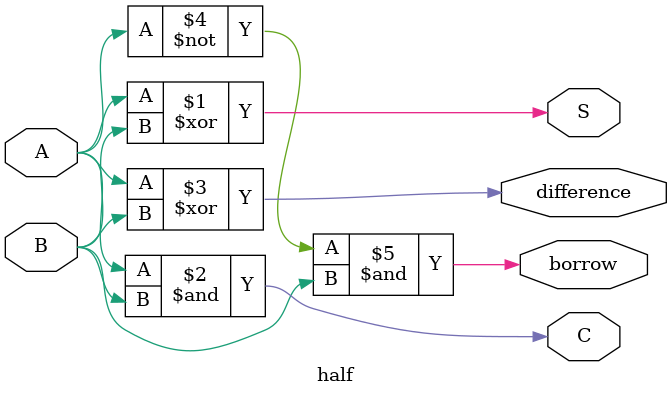
<source format=v>
module half(A, B, S, C, difference, borrow);
    input A, B;
    output S, C, difference, borrow;
    
    // Half Adder Logic
    assign S = A ^ B; // Sum
    assign C = A & B; // Carry
    
    // Half Subtractor Logic
    assign difference = A ^ B; // Difference
    assign borrow = ~A & B;    // Borrow
endmodule
</source>
